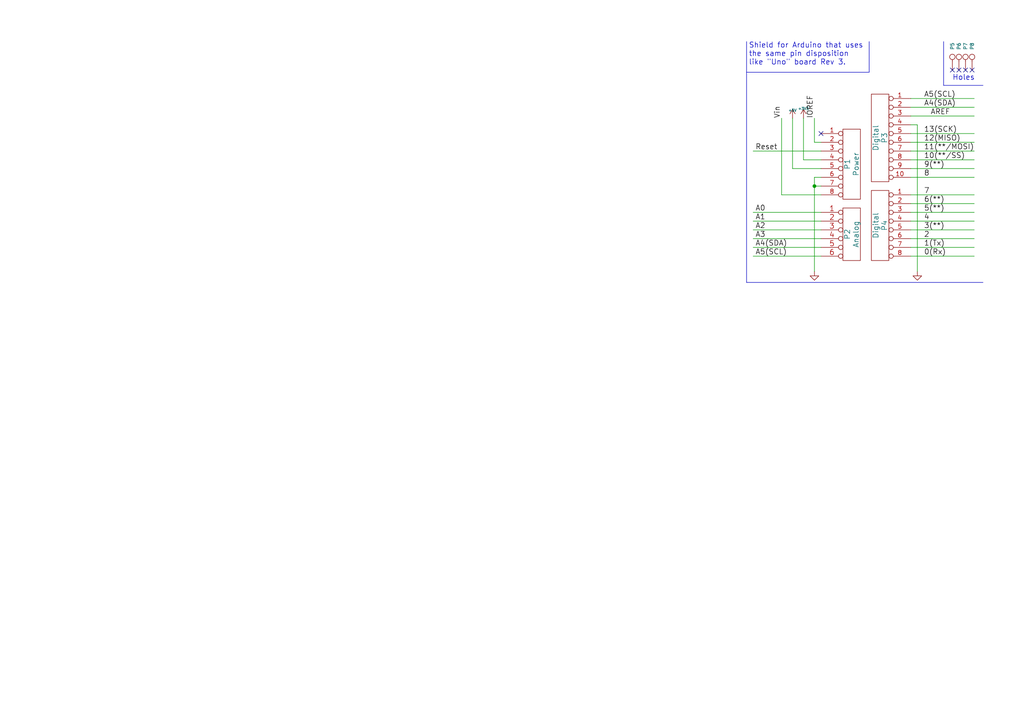
<source format=kicad_sch>
(kicad_sch (version 20230121) (generator eeschema)
  (paper "A4")
  (title_block (date "lun. 30 mars 2015"))
  (lib_symbols
    (symbol "Arduino_As_Uno-rescue:+3.3V" (power) (pin_names (offset 0))
      (property "Value" "+3.3V" (at 0 3.556 0))
      (symbol "+3.3V_0_1"
        (polyline (pts (xy -0.762 1.27) (xy 0 2.54)))
        (polyline (pts (xy 0 0) (xy 0 2.54)))
        (polyline (pts (xy 0 2.54) (xy 0.762 1.27)))
      )
      (symbol "+3.3V_1_1"
        (pin power_in line (at 0 0 90) (length 0) hide (name "+3V3") (number "1"))
      )
    )
    (symbol "Arduino_As_Uno-rescue:+5V" (power) (pin_names (offset 0))
      (property "Value" "+5V" (at 0 3.556 0))
      (symbol "+5V_0_1"
        (polyline (pts (xy -0.762 1.27) (xy 0 2.54)))
        (polyline (pts (xy 0 0) (xy 0 2.54)))
        (polyline (pts (xy 0 2.54) (xy 0.762 1.27)))
      )
      (symbol "+5V_1_1"
        (pin power_in line (at 0 0 90) (length 0) hide (name "+5V") (number "1"))
      )
    )
    (symbol "Arduino_As_Uno-rescue:CONN_1" (pin_numbers hide) (pin_names (offset 0.762) hide)
      (property "Reference" "P" (at 2.032 0 0))
      (symbol "CONN_1_0_1"
        (polyline (pts (xy -0.762 0) (xy -1.27 0)))
        (circle (center 0 0) (radius 0.7874))
      )
      (symbol "CONN_1_1_1"
        (pin passive line (at -3.81 0 0) (length 2.54) (name "1") (number "1"))
      )
    )
    (symbol "Arduino_As_Uno-rescue:CONN_10" (pin_names (offset 1.016) hide)
      (property "Reference" "P" (at -1.27 0 90))
      (property "Value" "CONN_10" (at 1.27 0 90))
      (symbol "CONN_10_0_1"
        (rectangle (start -2.54 12.7) (end 2.54 -12.7))
      )
      (symbol "CONN_10_1_1"
        (pin passive inverted (at -8.89 11.43 0) (length 6.35) (name "P1") (number "1"))
        (pin passive inverted (at -8.89 -11.43 0) (length 6.35) (name "P10") (number "10"))
        (pin passive inverted (at -8.89 8.89 0) (length 6.35) (name "P2") (number "2"))
        (pin passive inverted (at -8.89 6.35 0) (length 6.35) (name "P3") (number "3"))
        (pin passive inverted (at -8.89 3.81 0) (length 6.35) (name "P4") (number "4"))
        (pin passive inverted (at -8.89 1.27 0) (length 6.35) (name "P5") (number "5"))
        (pin passive inverted (at -8.89 -1.27 0) (length 6.35) (name "P6") (number "6"))
        (pin passive inverted (at -8.89 -3.81 0) (length 6.35) (name "P7") (number "7"))
        (pin passive inverted (at -8.89 -6.35 0) (length 6.35) (name "P8") (number "8"))
        (pin passive inverted (at -8.89 -8.89 0) (length 6.35) (name "P9") (number "9"))
      )
    )
    (symbol "Arduino_As_Uno-rescue:CONN_6" (pin_names (offset 0.762) hide)
      (property "Reference" "P" (at -1.27 0 90))
      (property "Value" "CONN_6" (at 1.27 0 90))
      (symbol "CONN_6_0_1"
        (rectangle (start -2.54 7.62) (end 2.54 -7.62))
      )
      (symbol "CONN_6_1_1"
        (pin passive inverted (at -8.89 6.35 0) (length 6.35) (name "1") (number "1"))
        (pin passive inverted (at -8.89 3.81 0) (length 6.35) (name "2") (number "2"))
        (pin passive inverted (at -8.89 1.27 0) (length 6.35) (name "3") (number "3"))
        (pin passive inverted (at -8.89 -1.27 0) (length 6.35) (name "4") (number "4"))
        (pin passive inverted (at -8.89 -3.81 0) (length 6.35) (name "5") (number "5"))
        (pin passive inverted (at -8.89 -6.35 0) (length 6.35) (name "6") (number "6"))
      )
    )
    (symbol "Arduino_As_Uno-rescue:CONN_8" (pin_names (offset 1.016) hide)
      (property "Reference" "P" (at -1.27 0 90))
      (property "Value" "CONN_8" (at 1.27 0 90))
      (symbol "CONN_8_0_1"
        (rectangle (start -2.54 10.16) (end 2.54 -10.16))
      )
      (symbol "CONN_8_1_1"
        (pin passive inverted (at -8.89 8.89 0) (length 6.35) (name "P1") (number "1"))
        (pin passive inverted (at -8.89 6.35 0) (length 6.35) (name "P2") (number "2"))
        (pin passive inverted (at -8.89 3.81 0) (length 6.35) (name "P3") (number "3"))
        (pin passive inverted (at -8.89 1.27 0) (length 6.35) (name "P4") (number "4"))
        (pin passive inverted (at -8.89 -1.27 0) (length 6.35) (name "P5") (number "5"))
        (pin passive inverted (at -8.89 -3.81 0) (length 6.35) (name "P6") (number "6"))
        (pin passive inverted (at -8.89 -6.35 0) (length 6.35) (name "P7") (number "7"))
        (pin passive inverted (at -8.89 -8.89 0) (length 6.35) (name "P8") (number "8"))
      )
    )
    (symbol "Arduino_As_Uno-rescue:GND" (power) (pin_names (offset 0))
      (property "Value" "GND" (at 0 -3.81 0))
      (symbol "GND_0_1"
        (polyline (pts (xy 0 0) (xy 0 -1.27) (xy 1.27 -1.27) (xy 0 -2.54) (xy -1.27 -1.27) (xy 0 -1.27)))
      )
      (symbol "GND_1_1"
        (pin power_in line (at 0 0 270) (length 0) hide (name "GND") (number "1"))
      )
    )
  )
  (junction (at 236.22 53.975))
  (no_connect (at 281.94 20.32))
  (no_connect (at 276.225 20.32))
  (no_connect (at 238.125 38.735))
  (no_connect (at 280.035 20.32))
  (no_connect (at 278.13 20.32))
  (wire (pts (xy 264.16 48.895) (xy 282.575 48.895)))
  (wire (pts (xy 264.16 33.655) (xy 282.575 33.655)))
  (wire (pts (xy 238.125 53.975) (xy 236.22 53.975)))
  (wire (pts (xy 264.16 46.355) (xy 282.575 46.355)))
  (polyline (pts (xy 216.535 81.915) (xy 216.535 12.065)))
  (wire (pts (xy 226.695 34.29) (xy 226.695 56.515)))
  (wire (pts (xy 266.065 36.195) (xy 266.065 78.74)))
  (wire (pts (xy 264.16 41.275) (xy 282.575 41.275)))
  (wire (pts (xy 264.16 74.295) (xy 282.575 74.295)))
  (wire (pts (xy 264.16 43.815) (xy 282.575 43.815)))
  (wire (pts (xy 218.44 71.755) (xy 238.125 71.755)))
  (wire (pts (xy 264.16 56.515) (xy 282.575 56.515)))
  (polyline (pts (xy 285.115 81.915) (xy 216.535 81.915)))
  (wire (pts (xy 266.065 36.195) (xy 264.16 36.195)))
  (wire (pts (xy 236.22 34.29) (xy 236.22 41.275)))
  (wire (pts (xy 218.44 66.675) (xy 238.125 66.675)))
  (wire (pts (xy 264.16 69.215) (xy 282.575 69.215)))
  (wire (pts (xy 236.22 51.435) (xy 236.22 53.975)))
  (wire (pts (xy 264.16 64.135) (xy 282.575 64.135)))
  (wire (pts (xy 218.44 43.815) (xy 238.125 43.815)))
  (wire (pts (xy 264.16 61.595) (xy 282.575 61.595)))
  (wire (pts (xy 218.44 69.215) (xy 238.125 69.215)))
  (wire (pts (xy 264.16 59.055) (xy 282.575 59.055)))
  (wire (pts (xy 229.87 48.895) (xy 238.125 48.895)))
  (polyline (pts (xy 273.685 24.765) (xy 273.685 12.065)))
  (polyline (pts (xy 216.535 20.955) (xy 252.095 20.955)))
  (wire (pts (xy 218.44 61.595) (xy 238.125 61.595)))
  (wire (pts (xy 264.16 38.735) (xy 282.575 38.735)))
  (wire (pts (xy 233.045 46.355) (xy 233.045 34.29)))
  (wire (pts (xy 236.22 53.975) (xy 236.22 78.74)))
  (wire (pts (xy 218.44 74.295) (xy 238.125 74.295)))
  (wire (pts (xy 236.22 51.435) (xy 238.125 51.435)))
  (wire (pts (xy 264.16 31.115) (xy 282.575 31.115)))
  (wire (pts (xy 229.87 34.29) (xy 229.87 48.895)))
  (wire (pts (xy 218.44 64.135) (xy 238.125 64.135)))
  (wire (pts (xy 236.22 41.275) (xy 238.125 41.275)))
  (wire (pts (xy 264.16 66.675) (xy 282.575 66.675)))
  (wire (pts (xy 264.16 71.755) (xy 282.575 71.755)))
  (wire (pts (xy 264.16 28.575) (xy 282.575 28.575)))
  (polyline (pts (xy 252.095 20.955) (xy 252.095 12.065)))
  (polyline (pts (xy 285.115 24.765) (xy 273.685 24.765)))
  (wire (pts (xy 226.695 56.515) (xy 238.125 56.515)))
  (wire (pts (xy 264.16 51.435) (xy 282.575 51.435)))
  (wire (pts (xy 233.045 46.355) (xy 238.125 46.355)))
  (text "Holes" (at 276.225 23.495 0) (effects (font (size 1.524 1.524)) (justify left bottom)))
  (text "Shield for Arduino that uses\nthe same pin disposition\nlike \"Uno\" board Rev 3." (at 217.17 19.05 0) (effects (font (size 1.524 1.524)) (justify left bottom)))
  (label "1(Tx)" (at 267.97 71.755 0) (effects (font (size 1.524 1.524))))
  (label "5(**)" (at 267.97 61.595 0) (effects (font (size 1.524 1.524))))
  (label "A5(SCL)" (at 267.97 28.575 0) (effects (font (size 1.524 1.524))))
  (label "9(**)" (at 267.97 48.895 0) (effects (font (size 1.524 1.524))))
  (label "A5(SCL)" (at 219.075 74.295 0) (effects (font (size 1.524 1.524))))
  (label "A0" (at 219.075 61.595 0) (effects (font (size 1.524 1.524))))
  (label "2" (at 267.97 69.215 0) (effects (font (size 1.524 1.524))))
  (label "8" (at 267.97 51.435 0) (effects (font (size 1.524 1.524))))
  (label "Vin" (at 226.695 34.29 90) (effects (font (size 1.524 1.524))))
  (label "13(SCK)" (at 267.97 38.735 0) (effects (font (size 1.524 1.524))))
  (label "AREF" (at 269.875 33.655 0) (effects (font (size 1.524 1.524))))
  (label "12(MISO)" (at 267.97 41.275 0) (effects (font (size 1.524 1.524))))
  (label "IOREF" (at 236.22 34.29 90) (effects (font (size 1.524 1.524))))
  (label "A4(SDA)" (at 267.97 31.115 0) (effects (font (size 1.524 1.524))))
  (label "4" (at 267.97 64.135 0) (effects (font (size 1.524 1.524))))
  (label "11(**/MOSI)" (at 267.97 43.815 0) (effects (font (size 1.524 1.524))))
  (label "A1" (at 219.075 64.135 0) (effects (font (size 1.524 1.524))))
  (label "3(**)" (at 267.97 66.675 0) (effects (font (size 1.524 1.524))))
  (label "10(**/SS)" (at 267.97 46.355 0) (effects (font (size 1.524 1.524))))
  (label "7" (at 267.97 56.515 0) (effects (font (size 1.524 1.524))))
  (label "6(**)" (at 267.97 59.055 0) (effects (font (size 1.524 1.524))))
  (label "0(Rx)" (at 267.97 74.295 0) (effects (font (size 1.524 1.524))))
  (label "Reset" (at 219.075 43.815 0) (effects (font (size 1.524 1.524))))
  (label "A4(SDA)" (at 219.075 71.755 0) (effects (font (size 1.524 1.524))))
  (label "A3" (at 219.075 69.215 0) (effects (font (size 1.524 1.524))))
  (label "A2" (at 219.075 66.675 0) (effects (font (size 1.524 1.524))))
  (symbol (lib_id "Arduino_As_Uno-rescue:CONN_8") (at 247.015 47.625 0) (unit 1)
    (property "Reference" "P1" (at 245.745 47.625 90) (effects (font (size 1.524 1.524))))
    (property "Value" "Power" (at 248.285 47.625 90) (effects (font (size 1.524 1.524))))
    (property "Footprint" "Socket_Arduino_Uno:Socket_Strip_Arduino_1x08" (effects hide))
  )
  (symbol (lib_id "Arduino_As_Uno-rescue:CONN_6") (at 247.015 67.945 0) (unit 1)
    (property "Reference" "P2" (at 245.745 67.945 90) (effects (font (size 1.524 1.524))))
    (property "Value" "Analog" (at 248.285 67.945 90) (effects (font (size 1.524 1.524))))
    (property "Footprint" "Socket_Arduino_Uno:Socket_Strip_Arduino_1x06" (effects hide))
  )
  (symbol (lib_id "Arduino_As_Uno-rescue:CONN_8") (at 255.27 65.405 0) (mirror y) (unit 1)
    (property "Reference" "P4" (at 256.54 65.405 90) (effects (font (size 1.524 1.524))))
    (property "Value" "Digital" (at 254 65.405 90) (effects (font (size 1.524 1.524))))
    (property "Footprint" "Socket_Arduino_Uno:Socket_Strip_Arduino_1x08" (effects hide))
  )
  (symbol (lib_id "Arduino_As_Uno-rescue:CONN_10") (at 255.27 40.005 0) (mirror y) (unit 1)
    (property "Reference" "P3" (at 256.54 40.005 90) (effects (font (size 1.524 1.524))))
    (property "Value" "Digital" (at 254 40.005 90) (effects (font (size 1.524 1.524))))
    (property "Footprint" "Socket_Arduino_Uno:Socket_Strip_Arduino_1x10" (effects hide))
  )
  (symbol (lib_id "Arduino_As_Uno-rescue:GND") (at 266.065 78.74 0) (unit 1)
    (property "Reference" "#PWR01" (effects hide))
    (property "Value" "GND" (effects hide))
  )
  (symbol (lib_id "Arduino_As_Uno-rescue:GND") (at 236.22 78.74 0) (unit 1)
    (property "Reference" "#PWR02" (effects hide))
    (property "Value" "GND" (effects hide))
  )
  (symbol (lib_id "Arduino_As_Uno-rescue:+5V") (at 229.87 34.29 0) (unit 1)
    (property "Reference" "#PWR03" (effects hide))
    (property "Value" "+5V" (at 229.87 32.004 0) (effects (font (size 0.762 0.762))))
  )
  (symbol (lib_id "Arduino_As_Uno-rescue:+3.3V") (at 233.045 34.29 0) (unit 1)
    (property "Reference" "#PWR04" (effects hide))
    (property "Value" "+3.3V" (at 233.045 31.496 0) (effects (font (size 0.762 0.762))))
  )
  (symbol (lib_id "Arduino_As_Uno-rescue:CONN_1") (at 276.225 16.51 90) (unit 1)
    (property "Reference" "P5" (at 276.225 14.478 0) (effects (font (size 1.016 1.016)) (justify left)))
    (property "Value" "CONN_1" (effects hide))
    (property "Footprint" "Socket_Arduino_Uno:Arduino_1pin" (effects hide))
  )
  (symbol (lib_id "Arduino_As_Uno-rescue:CONN_1") (at 278.13 16.51 90) (unit 1)
    (property "Reference" "P6" (at 278.13 14.478 0) (effects (font (size 1.016 1.016)) (justify left)))
    (property "Value" "CONN_1" (effects hide))
    (property "Footprint" "Socket_Arduino_Uno:Arduino_1pin" (effects hide))
  )
  (symbol (lib_id "Arduino_As_Uno-rescue:CONN_1") (at 280.035 16.51 90) (unit 1)
    (property "Reference" "P7" (at 280.035 14.478 0) (effects (font (size 1.016 1.016)) (justify left)))
    (property "Value" "CONN_1" (effects hide))
    (property "Footprint" "Socket_Arduino_Uno:Arduino_1pin" (effects hide))
  )
  (symbol (lib_id "Arduino_As_Uno-rescue:CONN_1") (at 281.94 16.51 90) (unit 1)
    (property "Reference" "P8" (at 281.94 14.478 0) (effects (font (size 1.016 1.016)) (justify left)))
    (property "Value" "CONN_1" (effects hide))
    (property "Footprint" "Socket_Arduino_Uno:Arduino_1pin" (effects hide))
  )
)
</source>
